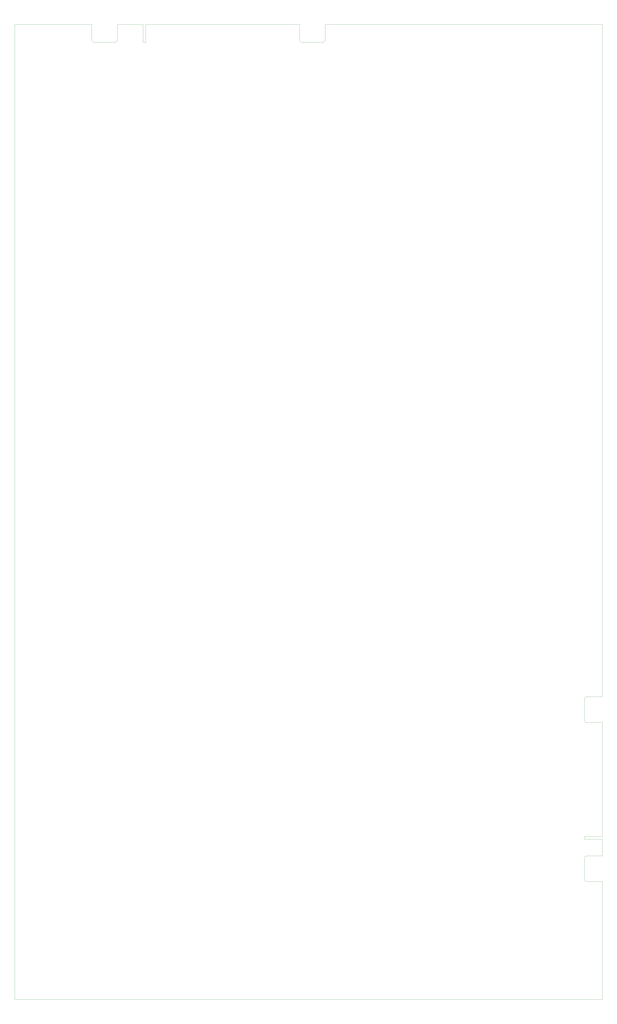
<source format=gm1>
G04 #@! TF.GenerationSoftware,KiCad,Pcbnew,(5.1.5)-3*
G04 #@! TF.CreationDate,2021-01-08T05:23:37-07:00*
G04 #@! TF.ProjectId,Asteroids_PCB,41737465-726f-4696-9473-5f5043422e6b,rev?*
G04 #@! TF.SameCoordinates,Original*
G04 #@! TF.FileFunction,Profile,NP*
%FSLAX46Y46*%
G04 Gerber Fmt 4.6, Leading zero omitted, Abs format (unit mm)*
G04 Created by KiCad (PCBNEW (5.1.5)-3) date 2021-01-08 05:23:37*
%MOMM*%
%LPD*%
G04 APERTURE LIST*
%ADD10C,0.002540*%
G04 APERTURE END LIST*
D10*
X317500000Y-422910000D02*
X317500000Y-431165000D01*
X309880000Y-431165000D02*
G75*
G03X308610000Y-432435000I0J-1270000D01*
G01*
X317500000Y-431165000D02*
X309880000Y-431165000D01*
X308610000Y-442595000D02*
X308610000Y-432435000D01*
X308610000Y-442595000D02*
G75*
G03X309880000Y-443865000I1270000J0D01*
G01*
X317500000Y-443865000D02*
X309880000Y-443865000D01*
X317500000Y-502285000D02*
X317500000Y-443865000D01*
X26670000Y-502285000D02*
X317500000Y-502285000D01*
X26670000Y-286385000D02*
X26670000Y-502285000D01*
X26670000Y-167005000D02*
X26670000Y-286385000D01*
X26670000Y-104775000D02*
X26670000Y-167005000D01*
X26670000Y-19685000D02*
X26670000Y-104775000D01*
X308610000Y-422910000D02*
X317500000Y-422910000D01*
X308610000Y-421640000D02*
X308610000Y-422910000D01*
X317500000Y-421640000D02*
X308610000Y-421640000D01*
X317500000Y-365125000D02*
X317500000Y-421640000D01*
X309880000Y-365125000D02*
X317500000Y-365125000D01*
X308610000Y-363855000D02*
G75*
G03X309880000Y-365125000I1270000J0D01*
G01*
X308610000Y-353695000D02*
X308610000Y-363855000D01*
X309880000Y-352425000D02*
G75*
G03X308610000Y-353695000I0J-1270000D01*
G01*
X317500000Y-352425000D02*
X309880000Y-352425000D01*
X317500000Y-19685000D02*
X317500000Y-352425000D01*
X180340000Y-19685000D02*
X317500000Y-19685000D01*
X180340000Y-27305000D02*
X180340000Y-19685000D01*
X179070000Y-28575000D02*
G75*
G03X180340000Y-27305000I0J1270000D01*
G01*
X168910000Y-28575000D02*
X179070000Y-28575000D01*
X167640000Y-27305000D02*
G75*
G03X168910000Y-28575000I1270000J0D01*
G01*
X167640000Y-19685000D02*
X167640000Y-27305000D01*
X91440000Y-19685000D02*
X167640000Y-19685000D01*
X91440000Y-28575000D02*
X91440000Y-19685000D01*
X90170000Y-28575000D02*
X91440000Y-28575000D01*
X90170000Y-19685000D02*
X90170000Y-28575000D01*
X77470000Y-19685000D02*
X90170000Y-19685000D01*
X77470000Y-27305000D02*
X77470000Y-19685000D01*
X76200000Y-28575000D02*
G75*
G03X77470000Y-27305000I0J1270000D01*
G01*
X66040000Y-28575000D02*
X76200000Y-28575000D01*
X64770000Y-27305000D02*
G75*
G03X66040000Y-28575000I1270000J0D01*
G01*
X64770000Y-19685000D02*
X64770000Y-27305000D01*
X26670000Y-19685000D02*
X64770000Y-19685000D01*
M02*

</source>
